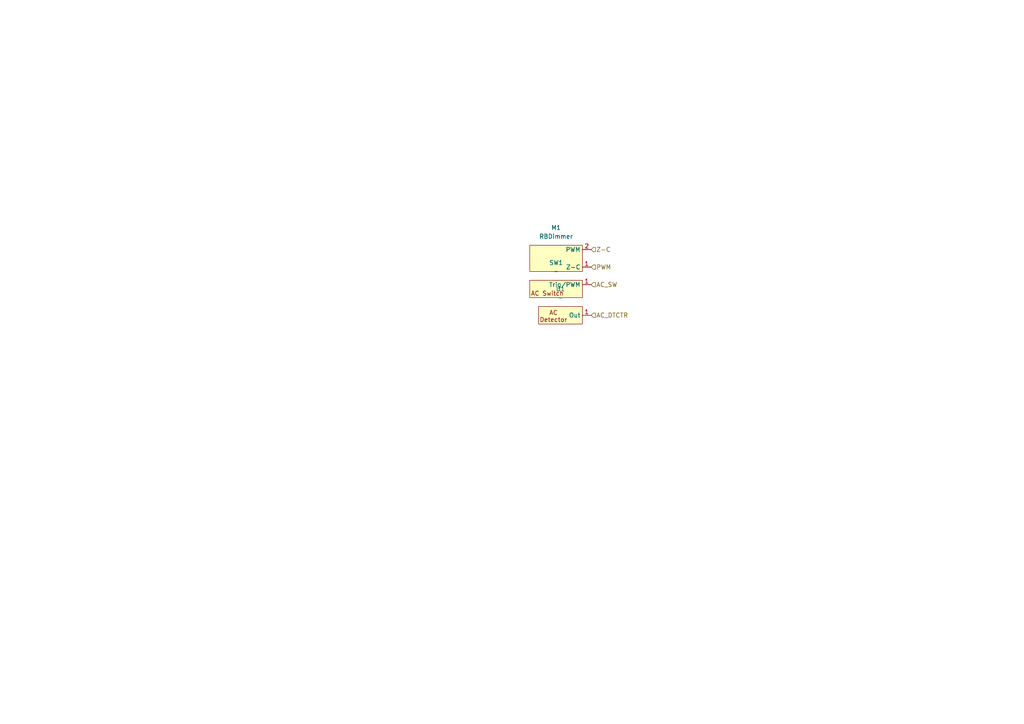
<source format=kicad_sch>
(kicad_sch (version 20250114) (generator "eeschema") (generator_version "9.0")
  (paper "A4")
  (lib_symbols
    (symbol "AC Boards:AC_Detector"
      (property "Reference" "U" (at 15.24 0 0))
      (symbol "AC_Detector_0_1"
        (rectangle (start 1.27 2.54) (end 13.97 -2.54) (fill (type background)))
      )
      (symbol "AC_Detector_1_1"
        (text "AC\nDetector" (at 9.652 0.254 0) (effects (font (size 1.27 1.27))))
        (pin output line (at -1.27 0 0) (length 2.54) (name "Out") (number "1"))
      )
    )
    (symbol "AC Boards:AC_Switch"
      (property "Reference" "SW" (at 14.732 -1.27 0))
      (symbol "AC_Switch_0_1"
        (rectangle (start 1.27 2.54) (end 16.51 -2.54) (fill (type background)))
      )
      (symbol "AC_Switch_1_1"
        (text "AC Switch" (at 11.43 1.27 0) (effects (font (size 1.27 1.27))))
        (pin input line (at -1.27 -1.27 0) (length 2.54) (name "Trig/PWM") (number "1"))
      )
    )
    (symbol "AC Boards:RBDimmer"
      (property "Reference" "M" (at 10.414 -2.794 0))
      (property "Value" "RBDimmer" (at 11.43 0 0))
      (symbol "RBDimmer_0_1"
        (rectangle (start 1.27 3.81) (end 16.51 -3.81) (fill (type background)))
      )
      (symbol "RBDimmer_1_1"
        (pin input line (at -1.27 2.54 0) (length 2.54) (name "Z-C") (number "1"))
        (pin input line (at -1.27 -2.54 0) (length 2.54) (name "PWM") (number "2"))
      )
    )
  )
  (hierarchical_label "Z-C" (shape input) (at 171.45 72.39 0))
  (hierarchical_label "PWM" (shape input) (at 171.45 77.47 0))
  (hierarchical_label "AC_DTCTR" (shape input) (at 171.45 91.44 0))
  (hierarchical_label "AC_SW" (shape input) (at 171.45 82.55 0))
  (symbol (lib_id "AC Boards:RBDimmer") (at 170.18 74.93 180) (unit 1)
    (property "Reference" "M1" (at 161.29 66.04 0))
    (property "Value" "RBDimmer" (at 161.29 68.58 0))
  )
  (symbol (lib_id "AC Boards:AC_Detector") (at 170.18 91.44 180) (unit 1)
    (property "Reference" "U1" (at 162.56 83.82 0))
    (property "Value" "~" (at 162.56 86.36 0))
  )
  (symbol (lib_id "AC Boards:AC_Switch") (at 170.18 83.82 180) (unit 1)
    (property "Reference" "SW1" (at 161.29 76.2 0))
    (property "Value" "~" (at 161.29 78.74 0))
  )
)
</source>
